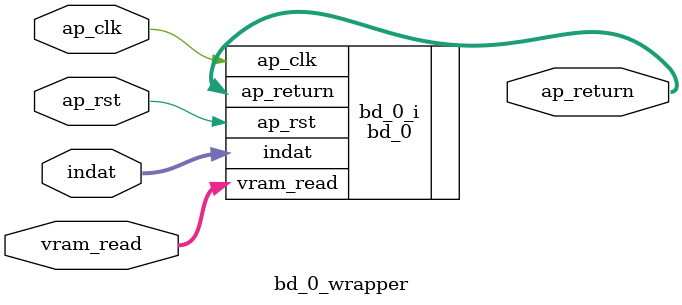
<source format=v>
`timescale 1 ps / 1 ps

module bd_0_wrapper
   (ap_clk,
    ap_return,
    ap_rst,
    indat,
    vram_read);
  input ap_clk;
  output [63:0]ap_return;
  input ap_rst;
  input [54:0]indat;
  input [63:0]vram_read;

  wire ap_clk;
  wire [63:0]ap_return;
  wire ap_rst;
  wire [54:0]indat;
  wire [63:0]vram_read;

  bd_0 bd_0_i
       (.ap_clk(ap_clk),
        .ap_return(ap_return),
        .ap_rst(ap_rst),
        .indat(indat),
        .vram_read(vram_read));
endmodule

</source>
